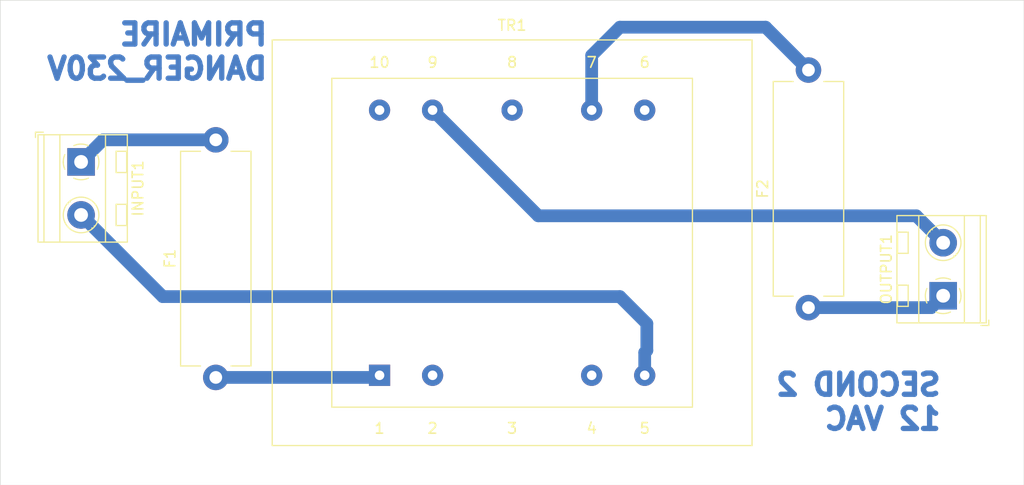
<source format=kicad_pcb>
(kicad_pcb (version 20240108) (generator "pcbnew") (generator_version "8.0")
  (layers (0 "F.Cu" signal) (31 "B.Cu" signal) (34 "B.Paste" user) (35 "F.Paste" user) (36 "B.SilkS" user "B.Silkscreen") (37 "F.SilkS" user "F.Silkscreen") (38 "B.Mask" user) (39 "F.Mask" user) (44 "Edge.Cuts" user))
  (net 0 "")
  (net 1 "Net-(F2-Pad2)")
  (net 2 "Net-(INPUT1-Pin_2)")
  (net 3 "Net-(OUTPUT1-Pin_2)")
  (net 4 "Net-(F1-Pad1)")
  (net 5 "Net-(INPUT1-Pin_1)")
  (net 6 "Net-(OUTPUT1-Pin_1)")
  (footprint "Transformer_THT:Transformer_Breve_TEZ-38x45" (layer "F.Cu") (at 109.42 73.46)
    (property "Reference" "TR1" (at 12.5 -33 0) (layer "F.SilkS"))
    (property "Value" "TRANSF")
    (fp_line (start -10.12 -31.62) (end -10.12 6.62) (stroke (width 0.12)) (layer "F.SilkS"))
    (fp_line (start -10.12 -31.62) (end 35.12 -31.62) (stroke (width 0.12)) (layer "F.SilkS"))
    (fp_line (start -4.5 -28) (end 29.5 -28) (stroke (width 0.12)) (layer "F.SilkS"))
    (fp_line (start -4.5 3) (end -4.5 -28) (stroke (width 0.12)) (layer "F.SilkS"))
    (fp_line (start 29.5 -28) (end 29.5 3) (stroke (width 0.12)) (layer "F.SilkS"))
    (fp_line (start 29.5 3) (end -4.5 3) (stroke (width 0.12)) (layer "F.SilkS"))
    (fp_line (start 35.12 6.62) (end -10.12 6.62) (stroke (width 0.12)) (layer "F.SilkS"))
    (fp_line (start 35.12 6.62) (end 35.12 -31.62) (stroke (width 0.12)) (layer "F.SilkS"))
    (fp_text user "10" (at 0 -29.5 0) (layer "F.SilkS"))
    (fp_text user "5" (at 25 5 0) (layer "F.SilkS"))
    (fp_text user "1" (at 0 5 0) (layer "F.SilkS"))
    (fp_text user "2" (at 5 5 0) (layer "F.SilkS"))
    (fp_text user "8" (at 12.5 -29.5 0) (layer "F.SilkS"))
    (fp_text user "3" (at 12.5 5 0) (layer "F.SilkS"))
    (fp_text user "4" (at 20 5 0) (layer "F.SilkS"))
    (fp_text user "7" (at 20 -29.5 0) (layer "F.SilkS"))
    (fp_text user "6" (at 25 -29.5 0) (layer "F.SilkS"))
    (fp_text user "9" (at 5 -29.5 0) (layer "F.SilkS"))
    (pad "1" thru_hole rect (at 0 0) (size 2 2) (drill 0.9) (layers "*.Cu" "*.Mask") (net 4 "Net-(F1-Pad1)"))
    (pad "2" thru_hole circle (at 5 0) (size 2 2) (drill 0.9) (layers "*.Cu" "*.Mask"))
    (pad "4" thru_hole circle (at 20 0) (size 2 2) (drill 0.9) (layers "*.Cu" "*.Mask"))
    (pad "5" thru_hole circle (at 25 0) (size 2 2) (drill 0.9) (layers "*.Cu" "*.Mask") (net 2 "Net-(INPUT1-Pin_2)"))
    (pad "6" thru_hole circle (at 25 -25) (size 2 2) (drill 0.9) (layers "*.Cu" "*.Mask"))
    (pad "7" thru_hole circle (at 20 -25) (size 2 2) (drill 0.9) (layers "*.Cu" "*.Mask") (net 1 "Net-(F2-Pad2)"))
    (pad "8" thru_hole circle (at 12.5 -25) (size 2 2) (drill 0.9) (layers "*.Cu" "*.Mask"))
    (pad "9" thru_hole circle (at 5 -25) (size 2 2) (drill 0.9) (layers "*.Cu" "*.Mask") (net 3 "Net-(OUTPUT1-Pin_2)"))
    (pad "10" thru_hole circle (at 0 -25) (size 2 2) (drill 0.9) (layers "*.Cu" "*.Mask"))
  )
  (footprint "TerminalBlock_MetzConnect:TerminalBlock_MetzConnect_Type094_RT03502HBLU_1x02_P5.00mm_Horizontal" (layer "F.Cu") (at 162.56 65.96 90)
    (property "Reference" "OUTPUT1" (at 2.5 -5.36 90) (layer "F.SilkS"))
    (property "Value" "OUTPUT_12_AC")
    (fp_line (start 7.56 -4.36) (end 7.56 4.06) (stroke (width 0.12)) (layer "F.SilkS"))
    (fp_line (start -2.56 -4.36) (end 7.56 -4.36) (stroke (width 0.12)) (layer "F.SilkS"))
    (fp_line (start -2.56 -4.36) (end -2.56 4.06) (stroke (width 0.12)) (layer "F.SilkS"))
    (fp_line (start 6 -4.3) (end 6 -3.3) (stroke (width 0.12)) (layer "F.SilkS"))
    (fp_line (start 4 -4.3) (end 6 -4.3) (stroke (width 0.12)) (layer "F.SilkS"))
    (fp_line (start 4 -4.3) (end 4 -3.3) (stroke (width 0.12)) (layer "F.SilkS"))
    (fp_line (start 1 -4.3) (end 1 -3.3) (stroke (width 0.12)) (layer "F.SilkS"))
    (fp_line (start -1 -4.3) (end 1 -4.3) (stroke (width 0.12)) (layer "F.SilkS"))
    (fp_line (start -1 -4.3) (end -1 -3.3) (stroke (width 0.12)) (layer "F.SilkS"))
    (fp_line (start 4 -3.3) (end 6 -3.3) (stroke (width 0.12)) (layer "F.SilkS"))
    (fp_line (start -1 -3.3) (end 1 -3.3) (stroke (width 0.12)) (layer "F.SilkS"))
    (fp_line (start -2.56 -2.301) (end 7.56 -2.301) (stroke (width 0.12)) (layer "F.SilkS"))
    (fp_line (start 6.07 -1.275) (end 6.035 -1.239) (stroke (width 0.12)) (layer "F.SilkS"))
    (fp_line (start 6.275 -1.069) (end 6.228 -1.023) (stroke (width 0.12)) (layer "F.SilkS"))
    (fp_line (start 3.773 1.023) (end 3.726 1.069) (stroke (width 0.12)) (layer "F.SilkS"))
    (fp_line (start 3.966 1.239) (end 3.931 1.274) (stroke (width 0.12)) (layer "F.SilkS"))
    (fp_line (start -2.56 2) (end 7.56 2) (stroke (width 0.12)) (layer "F.SilkS"))
    (fp_line (start -2.56 3.5) (end 7.56 3.5) (stroke (width 0.12)) (layer "F.SilkS"))
    (fp_line (start -2.8 3.56) (end -2.8 4.3) (stroke (width 0.12)) (layer "F.SilkS"))
    (fp_line (start -2.56 4.06) (end 7.56 4.06) (stroke (width 0.12)) (layer "F.SilkS"))
    (fp_line (start -2.8 4.3) (end -2.3 4.3) (stroke (width 0.12)) (layer "F.SilkS"))
    (fp_arc (start -0.683042 -1.535427) (mid 0.000524 -1.680501) (end 0.684 -1.535) (stroke (width 0.12)) (layer "F.SilkS"))
    (fp_arc (start 1.535427 -0.683042) (mid 1.680501 0.000524) (end 1.535 0.684) (stroke (width 0.12)) (layer "F.SilkS"))
    (fp_arc (start -1.535427 0.683042) (mid -1.680501 -0.000524) (end -1.535 -0.684) (stroke (width 0.12)) (layer "F.SilkS"))
    (fp_arc (start 0.683318 1.534756) (mid 0.349292 1.643288) (end 0 1.68) (stroke (width 0.12)) (layer "F.SilkS"))
    (fp_arc (start 0.028805 1.680253) (mid -0.335551 1.646659) (end -0.684 1.535) (stroke (width 0.12)) (layer "F.SilkS"))
    (fp_circle (center 5 0) (end 6.68 0) (stroke (width 0.12)) (fill none) (layer "F.SilkS"))
    (pad "1" thru_hole rect (at 0 0 90) (size 2.6 2.6) (drill 1.3) (layers "*.Cu" "*.Mask") (net 6 "Net-(OUTPUT1-Pin_1)"))
    (pad "2" thru_hole circle (at 5 0 90) (size 2.6 2.6) (drill 1.3) (layers "*.Cu" "*.Mask") (net 3 "Net-(OUTPUT1-Pin_2)"))
  )
  (footprint "Resistor_THT:R_Axial_Power_L20.0mm_W6.4mm_P22.40mm" (layer "F.Cu") (at 93.98 73.66 90)
    (property "Reference" "F1" (at 11.2 -4.32 90) (layer "F.SilkS"))
    (property "Value" "500m")
    (fp_line (start 21.32 -3.32) (end 21.32 -1.44) (stroke (width 0.12)) (layer "F.SilkS"))
    (fp_line (start 1.08 -3.32) (end 21.32 -3.32) (stroke (width 0.12)) (layer "F.SilkS"))
    (fp_line (start 1.08 -1.44) (end 1.08 -3.32) (stroke (width 0.12)) (layer "F.SilkS"))
    (fp_line (start 1.08 1.44) (end 1.08 3.32) (stroke (width 0.12)) (layer "F.SilkS"))
    (fp_line (start 21.32 3.32) (end 21.32 1.44) (stroke (width 0.12)) (layer "F.SilkS"))
    (fp_line (start 1.08 3.32) (end 21.32 3.32) (stroke (width 0.12)) (layer "F.SilkS"))
    (pad "1" thru_hole circle (at 0 0 90) (size 2.4 2.4) (drill 1.2) (layers "*.Cu" "*.Mask") (net 4 "Net-(F1-Pad1)"))
    (pad "2" thru_hole oval (at 22.4 0 90) (size 2.4 2.4) (drill 1.2) (layers "*.Cu" "*.Mask") (net 5 "Net-(INPUT1-Pin_1)"))
  )
  (footprint "TerminalBlock_MetzConnect:TerminalBlock_MetzConnect_Type094_RT03502HBLU_1x02_P5.00mm_Horizontal" (layer "F.Cu") (at 81.28 53.34 -90)
    (property "Reference" "INPUT1" (at 2.5 -5.36 90) (layer "F.SilkS"))
    (property "Value" "INPUT_230V_AC")
    (fp_line (start -2.8 4.3) (end -2.3 4.3) (stroke (width 0.12)) (layer "F.SilkS"))
    (fp_line (start -2.56 4.06) (end 7.56 4.06) (stroke (width 0.12)) (layer "F.SilkS"))
    (fp_line (start -2.8 3.56) (end -2.8 4.3) (stroke (width 0.12)) (layer "F.SilkS"))
    (fp_line (start -2.56 3.5) (end 7.56 3.5) (stroke (width 0.12)) (layer "F.SilkS"))
    (fp_line (start -2.56 2) (end 7.56 2) (stroke (width 0.12)) (layer "F.SilkS"))
    (fp_line (start 3.966 1.239) (end 3.931 1.274) (stroke (width 0.12)) (layer "F.SilkS"))
    (fp_line (start 3.773 1.023) (end 3.726 1.069) (stroke (width 0.12)) (layer "F.SilkS"))
    (fp_line (start 6.275 -1.069) (end 6.228 -1.023) (stroke (width 0.12)) (layer "F.SilkS"))
    (fp_line (start 6.07 -1.275) (end 6.035 -1.239) (stroke (width 0.12)) (layer "F.SilkS"))
    (fp_line (start -2.56 -2.301) (end 7.56 -2.301) (stroke (width 0.12)) (layer "F.SilkS"))
    (fp_line (start -1 -3.3) (end 1 -3.3) (stroke (width 0.12)) (layer "F.SilkS"))
    (fp_line (start 4 -3.3) (end 6 -3.3) (stroke (width 0.12)) (layer "F.SilkS"))
    (fp_line (start -1 -4.3) (end -1 -3.3) (stroke (width 0.12)) (layer "F.SilkS"))
    (fp_line (start -1 -4.3) (end 1 -4.3) (stroke (width 0.12)) (layer "F.SilkS"))
    (fp_line (start 1 -4.3) (end 1 -3.3) (stroke (width 0.12)) (layer "F.SilkS"))
    (fp_line (start 4 -4.3) (end 4 -3.3) (stroke (width 0.12)) (layer "F.SilkS"))
    (fp_line (start 4 -4.3) (end 6 -4.3) (stroke (width 0.12)) (layer "F.SilkS"))
    (fp_line (start 6 -4.3) (end 6 -3.3) (stroke (width 0.12)) (layer "F.SilkS"))
    (fp_line (start -2.56 -4.36) (end -2.56 4.06) (stroke (width 0.12)) (layer "F.SilkS"))
    (fp_line (start -2.56 -4.36) (end 7.56 -4.36) (stroke (width 0.12)) (layer "F.SilkS"))
    (fp_line (start 7.56 -4.36) (end 7.56 4.06) (stroke (width 0.12)) (layer "F.SilkS"))
    (fp_arc (start 0.028805 1.680253) (mid -0.335551 1.646659) (end -0.684 1.535) (stroke (width 0.12)) (layer "F.SilkS"))
    (fp_arc (start 0.683318 1.534756) (mid 0.349292 1.643288) (end 0 1.68) (stroke (width 0.12)) (layer "F.SilkS"))
    (fp_arc (start -1.535427 0.683042) (mid -1.680501 -0.000524) (end -1.535 -0.684) (stroke (width 0.12)) (layer "F.SilkS"))
    (fp_arc (start 1.535427 -0.683042) (mid 1.680501 0.000524) (end 1.535 0.684) (stroke (width 0.12)) (layer "F.SilkS"))
    (fp_arc (start -0.683042 -1.535427) (mid 0.000524 -1.680501) (end 0.684 -1.535) (stroke (width 0.12)) (layer "F.SilkS"))
    (fp_circle (center 5 0) (end 6.68 0) (stroke (width 0.12)) (fill none) (layer "F.SilkS"))
    (pad "1" thru_hole rect (at 0 0 270) (size 2.6 2.6) (drill 1.3) (layers "*.Cu" "*.Mask") (net 5 "Net-(INPUT1-Pin_1)"))
    (pad "2" thru_hole circle (at 5 0 270) (size 2.6 2.6) (drill 1.3) (layers "*.Cu" "*.Mask") (net 2 "Net-(INPUT1-Pin_2)"))
  )
  (footprint "Resistor_THT:R_Axial_Power_L20.0mm_W6.4mm_P22.40mm" (layer "F.Cu") (at 149.86 67.08 90)
    (property "Reference" "F2" (at 11.2 -4.32 90) (layer "F.SilkS"))
    (property "Value" "500m")
    (fp_line (start 21.32 -3.32) (end 21.32 -1.44) (stroke (width 0.12)) (layer "F.SilkS"))
    (fp_line (start 1.08 -3.32) (end 21.32 -3.32) (stroke (width 0.12)) (layer "F.SilkS"))
    (fp_line (start 1.08 -1.44) (end 1.08 -3.32) (stroke (width 0.12)) (layer "F.SilkS"))
    (fp_line (start 1.08 1.44) (end 1.08 3.32) (stroke (width 0.12)) (layer "F.SilkS"))
    (fp_line (start 21.32 3.32) (end 21.32 1.44) (stroke (width 0.12)) (layer "F.SilkS"))
    (fp_line (start 1.08 3.32) (end 21.32 3.32) (stroke (width 0.12)) (layer "F.SilkS"))
    (pad "1" thru_hole circle (at 0 0 90) (size 2.4 2.4) (drill 1.2) (layers "*.Cu" "*.Mask") (net 6 "Net-(OUTPUT1-Pin_1)"))
    (pad "2" thru_hole oval (at 22.4 0 90) (size 2.4 2.4) (drill 1.2) (layers "*.Cu" "*.Mask") (net 1 "Net-(F2-Pad2)"))
  )
  (gr_rect (start 73.66 38.1) (end 170.18 83.82) (stroke (width 0.05)) (fill none) (layer "Edge.Cuts"))
  (gr_text "PRIMAIRE\nDANGER_230V" (at 99.06 45.72 0) (layer "B.Cu") (effects (font (size 2 2) (thickness 0.5) (bold yes)) (justify left bottom mirror)))
  (gr_text "SECOND 2\n12 VAC" (at 162.56 78.74 0) (layer "B.Cu") (effects (font (size 2 2) (thickness 0.5) (bold yes)) (justify left bottom mirror)))
  (segment (start 132.08 40.64) (end 129.42 43.3) (width 1.2) (layer "B.Cu") (net 1))
  (segment (start 149.86 44.68) (end 145.82 40.64) (width 1.2) (layer "B.Cu") (net 1))
  (segment (start 145.82 40.64) (end 132.08 40.64) (width 1.2) (layer "B.Cu") (net 1))
  (segment (start 129.42 43.3) (end 129.42 48.46) (width 1.2) (layer "B.Cu") (net 1))
  (segment (start 134.62 71.12) (end 134.42 71.32) (width 1.2) (layer "B.Cu") (net 2))
  (segment (start 88.98 66.04) (end 132.08 66.04) (width 1.2) (layer "B.Cu") (net 2))
  (segment (start 134.62 68.58) (end 134.62 71.12) (width 1.2) (layer "B.Cu") (net 2))
  (segment (start 132.08 66.04) (end 134.62 68.58) (width 1.2) (layer "B.Cu") (net 2))
  (segment (start 81.28 58.34) (end 88.98 66.04) (width 1.2) (layer "B.Cu") (net 2))
  (segment (start 134.42 71.32) (end 134.42 73.46) (width 1.2) (layer "B.Cu") (net 2))
  (segment (start 114.42 48.46) (end 124.38 58.42) (width 1.2) (layer "B.Cu") (net 3))
  (segment (start 124.38 58.42) (end 160.02 58.42) (width 1.2) (layer "B.Cu") (net 3))
  (segment (start 160.02 58.42) (end 162.56 60.96) (width 1.2) (layer "B.Cu") (net 3))
  (segment (start 93.98 73.66) (end 109.22 73.66) (width 1.2) (layer "B.Cu") (net 4))
  (segment (start 109.22 73.66) (end 109.42 73.46) (width 1.2) (layer "B.Cu") (net 4))
  (segment (start 83.36 51.26) (end 81.28 53.34) (width 1.2) (layer "B.Cu") (net 5))
  (segment (start 93.98 51.26) (end 83.36 51.26) (width 1.2) (layer "B.Cu") (net 5))
  (segment (start 161.44 67.08) (end 162.56 65.96) (width 1.2) (layer "B.Cu") (net 6))
  (segment (start 149.86 67.08) (end 161.44 67.08) (width 1.2) (layer "B.Cu") (net 6))
)
</source>
